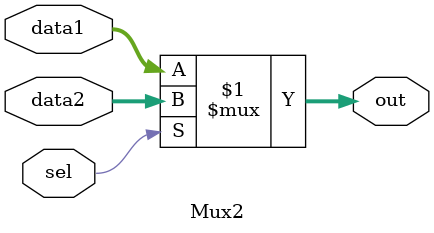
<source format=sv>
module Mux2 #(parameter ARQ = 16)(input logic [ARQ - 1:0] data1, data2, input logic sel, output logic [ARQ - 1:0] out);
	assign out = sel ? data2 : data1;
endmodule

</source>
